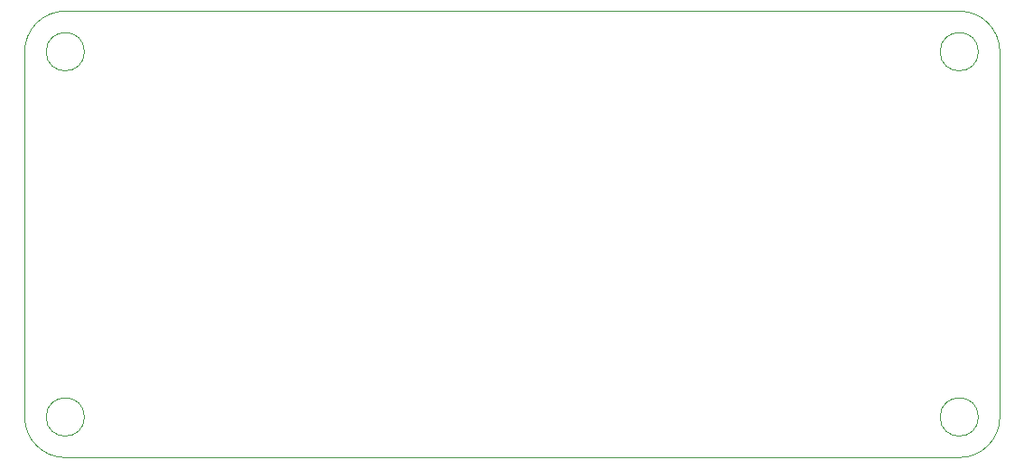
<source format=gm1>
%TF.GenerationSoftware,KiCad,Pcbnew,5.1.9-73d0e3b20d~88~ubuntu18.04.1*%
%TF.CreationDate,2021-04-04T15:33:15+02:00*%
%TF.ProjectId,resitor-substitution-board,72657369-746f-4722-9d73-756273746974,rev?*%
%TF.SameCoordinates,Original*%
%TF.FileFunction,Profile,NP*%
%FSLAX46Y46*%
G04 Gerber Fmt 4.6, Leading zero omitted, Abs format (unit mm)*
G04 Created by KiCad (PCBNEW 5.1.9-73d0e3b20d~88~ubuntu18.04.1) date 2021-04-04 15:33:15*
%MOMM*%
%LPD*%
G01*
G04 APERTURE LIST*
%TA.AperFunction,Profile*%
%ADD10C,0.050000*%
%TD*%
G04 APERTURE END LIST*
D10*
X163086051Y-93980000D02*
G75*
G03*
X163086051Y-93980000I-1796051J0D01*
G01*
X163086051Y-128270000D02*
G75*
G03*
X163086051Y-128270000I-1796051J0D01*
G01*
X79266051Y-128270000D02*
G75*
G03*
X79266051Y-128270000I-1796051J0D01*
G01*
X79266051Y-93980000D02*
G75*
G03*
X79266051Y-93980000I-1796051J0D01*
G01*
X73660000Y-128270000D02*
X73660000Y-93980000D01*
X161290000Y-132080000D02*
X77470000Y-132080000D01*
X165100000Y-93980000D02*
X165100000Y-128270000D01*
X77470000Y-90170000D02*
X161290000Y-90170000D01*
X77470000Y-132080000D02*
G75*
G02*
X73660000Y-128270000I0J3810000D01*
G01*
X165100000Y-128270000D02*
G75*
G02*
X161290000Y-132080000I-3810000J0D01*
G01*
X161290000Y-90170000D02*
G75*
G02*
X165100000Y-93980000I0J-3810000D01*
G01*
X73660000Y-93980000D02*
G75*
G02*
X77470000Y-90170000I3810000J0D01*
G01*
M02*

</source>
